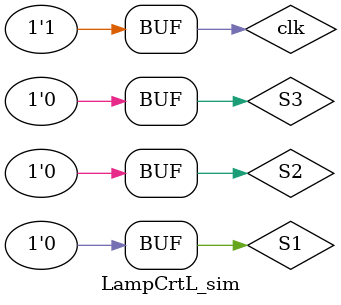
<source format=v>
`timescale 1ns / 1ps


module LampCrtL_sim;

	// Inputs
	reg clk;
	reg S1;
	reg S2;
	reg S3;

	// Outputs
	wire F;

	// Instantiate the Unit Under Test (UUT)
	lamp_control uut (
		.clk(clk), 
		.S1(S1), 
		.S2(S2), 
		.S3(S3), 
		.F(F)
	);

	initial begin
		// Initialize Inputs
		clk = 0;
		S1 = 0;
		S2 = 0;
		S3 = 0;

		// Wait 100 ns for global reset to finish
		#100;
        
		// Add stimulus here
S1 = 1;	
		#20 S1 = 0;
		#6000 S2 = 1;   //#2^8=256*20=5120
		#20 S2 = 0;
		#6000 S3 = 1;
		#20 S3 = 0;
		#6000;
	end
	
 	always begin
		#10 clk = 0;
		#10 clk = 1;
	end     
endmodule

</source>
